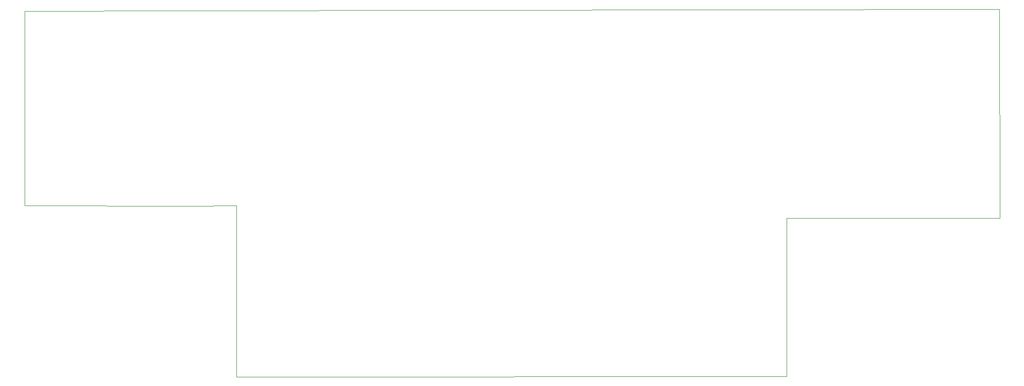
<source format=gbr>
%TF.GenerationSoftware,KiCad,Pcbnew,(5.1.6)-1*%
%TF.CreationDate,2021-08-25T14:17:29+10:00*%
%TF.ProjectId,HUD Panel PCB V2,48554420-5061-46e6-956c-205043422056,rev?*%
%TF.SameCoordinates,Original*%
%TF.FileFunction,Profile,NP*%
%FSLAX46Y46*%
G04 Gerber Fmt 4.6, Leading zero omitted, Abs format (unit mm)*
G04 Created by KiCad (PCBNEW (5.1.6)-1) date 2021-08-25 14:17:29*
%MOMM*%
%LPD*%
G01*
G04 APERTURE LIST*
%TA.AperFunction,Profile*%
%ADD10C,0.050000*%
%TD*%
G04 APERTURE END LIST*
D10*
X238404400Y-38252400D02*
X95199200Y-38455600D01*
X238506000Y-74879200D02*
X238404400Y-38252400D01*
X201168000Y-74879200D02*
X238506000Y-74879200D01*
X201168000Y-102666800D02*
X201168000Y-74879200D01*
X104851200Y-102717600D02*
X201168000Y-102666800D01*
X104800400Y-72694800D02*
X104851200Y-102717600D01*
X96672400Y-72745600D02*
X104800400Y-72694800D01*
X67716400Y-72694800D02*
X96672400Y-72745600D01*
X67716400Y-38557200D02*
X67716400Y-72694800D01*
X95199200Y-38455600D02*
X67716400Y-38557200D01*
M02*

</source>
